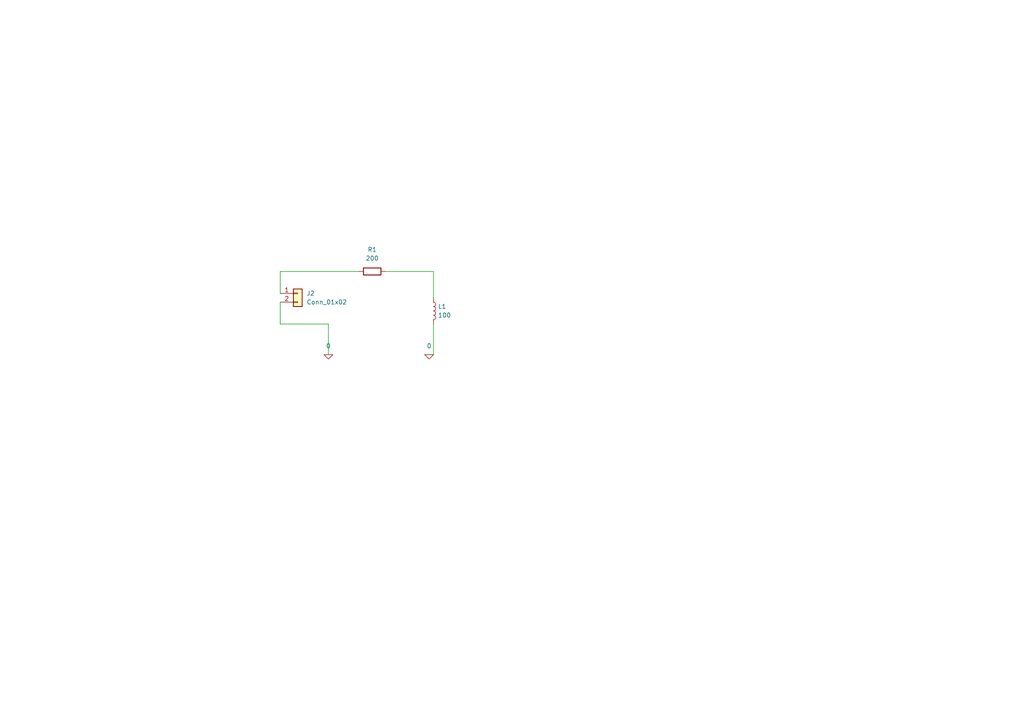
<source format=kicad_sch>
(kicad_sch (version 20230121) (generator eeschema)

  (uuid 1cfbf174-8ac0-4cd9-a366-8fa88f13186c)

  (paper "A4")

  (lib_symbols
    (symbol "Connector_Generic:Conn_01x02" (pin_names (offset 1.016) hide) (in_bom yes) (on_board yes)
      (property "Reference" "J" (at 0 2.54 0)
        (effects (font (size 1.27 1.27)))
      )
      (property "Value" "Conn_01x02" (at 0 -5.08 0)
        (effects (font (size 1.27 1.27)))
      )
      (property "Footprint" "" (at 0 0 0)
        (effects (font (size 1.27 1.27)) hide)
      )
      (property "Datasheet" "~" (at 0 0 0)
        (effects (font (size 1.27 1.27)) hide)
      )
      (property "ki_keywords" "connector" (at 0 0 0)
        (effects (font (size 1.27 1.27)) hide)
      )
      (property "ki_description" "Generic connector, single row, 01x02, script generated (kicad-library-utils/schlib/autogen/connector/)" (at 0 0 0)
        (effects (font (size 1.27 1.27)) hide)
      )
      (property "ki_fp_filters" "Connector*:*_1x??_*" (at 0 0 0)
        (effects (font (size 1.27 1.27)) hide)
      )
      (symbol "Conn_01x02_1_1"
        (rectangle (start -1.27 -2.413) (end 0 -2.667)
          (stroke (width 0.1524) (type default))
          (fill (type none))
        )
        (rectangle (start -1.27 0.127) (end 0 -0.127)
          (stroke (width 0.1524) (type default))
          (fill (type none))
        )
        (rectangle (start -1.27 1.27) (end 1.27 -3.81)
          (stroke (width 0.254) (type default))
          (fill (type background))
        )
        (pin passive line (at -5.08 0 0) (length 3.81)
          (name "Pin_1" (effects (font (size 1.27 1.27))))
          (number "1" (effects (font (size 1.27 1.27))))
        )
        (pin passive line (at -5.08 -2.54 0) (length 3.81)
          (name "Pin_2" (effects (font (size 1.27 1.27))))
          (number "2" (effects (font (size 1.27 1.27))))
        )
      )
    )
    (symbol "Device:L" (pin_numbers hide) (pin_names (offset 1.016) hide) (in_bom yes) (on_board yes)
      (property "Reference" "L" (at -1.27 0 90)
        (effects (font (size 1.27 1.27)))
      )
      (property "Value" "L" (at 1.905 0 90)
        (effects (font (size 1.27 1.27)))
      )
      (property "Footprint" "" (at 0 0 0)
        (effects (font (size 1.27 1.27)) hide)
      )
      (property "Datasheet" "~" (at 0 0 0)
        (effects (font (size 1.27 1.27)) hide)
      )
      (property "ki_keywords" "inductor choke coil reactor magnetic" (at 0 0 0)
        (effects (font (size 1.27 1.27)) hide)
      )
      (property "ki_description" "Inductor" (at 0 0 0)
        (effects (font (size 1.27 1.27)) hide)
      )
      (property "ki_fp_filters" "Choke_* *Coil* Inductor_* L_*" (at 0 0 0)
        (effects (font (size 1.27 1.27)) hide)
      )
      (symbol "L_0_1"
        (arc (start 0 -2.54) (mid 0.6323 -1.905) (end 0 -1.27)
          (stroke (width 0) (type default))
          (fill (type none))
        )
        (arc (start 0 -1.27) (mid 0.6323 -0.635) (end 0 0)
          (stroke (width 0) (type default))
          (fill (type none))
        )
        (arc (start 0 0) (mid 0.6323 0.635) (end 0 1.27)
          (stroke (width 0) (type default))
          (fill (type none))
        )
        (arc (start 0 1.27) (mid 0.6323 1.905) (end 0 2.54)
          (stroke (width 0) (type default))
          (fill (type none))
        )
      )
      (symbol "L_1_1"
        (pin passive line (at 0 3.81 270) (length 1.27)
          (name "1" (effects (font (size 1.27 1.27))))
          (number "1" (effects (font (size 1.27 1.27))))
        )
        (pin passive line (at 0 -3.81 90) (length 1.27)
          (name "2" (effects (font (size 1.27 1.27))))
          (number "2" (effects (font (size 1.27 1.27))))
        )
      )
    )
    (symbol "Device:R" (pin_numbers hide) (pin_names (offset 0)) (in_bom yes) (on_board yes)
      (property "Reference" "R" (at 2.032 0 90)
        (effects (font (size 1.27 1.27)))
      )
      (property "Value" "R" (at 0 0 90)
        (effects (font (size 1.27 1.27)))
      )
      (property "Footprint" "" (at -1.778 0 90)
        (effects (font (size 1.27 1.27)) hide)
      )
      (property "Datasheet" "~" (at 0 0 0)
        (effects (font (size 1.27 1.27)) hide)
      )
      (property "ki_keywords" "R res resistor" (at 0 0 0)
        (effects (font (size 1.27 1.27)) hide)
      )
      (property "ki_description" "Resistor" (at 0 0 0)
        (effects (font (size 1.27 1.27)) hide)
      )
      (property "ki_fp_filters" "R_*" (at 0 0 0)
        (effects (font (size 1.27 1.27)) hide)
      )
      (symbol "R_0_1"
        (rectangle (start -1.016 -2.54) (end 1.016 2.54)
          (stroke (width 0.254) (type default))
          (fill (type none))
        )
      )
      (symbol "R_1_1"
        (pin passive line (at 0 3.81 270) (length 1.27)
          (name "~" (effects (font (size 1.27 1.27))))
          (number "1" (effects (font (size 1.27 1.27))))
        )
        (pin passive line (at 0 -3.81 90) (length 1.27)
          (name "~" (effects (font (size 1.27 1.27))))
          (number "2" (effects (font (size 1.27 1.27))))
        )
      )
    )
    (symbol "Simulation_SPICE:0" (power) (pin_names (offset 0)) (in_bom yes) (on_board yes)
      (property "Reference" "#GND" (at 0 -2.54 0)
        (effects (font (size 1.27 1.27)) hide)
      )
      (property "Value" "0" (at 0 -1.778 0)
        (effects (font (size 1.27 1.27)))
      )
      (property "Footprint" "" (at 0 0 0)
        (effects (font (size 1.27 1.27)) hide)
      )
      (property "Datasheet" "~" (at 0 0 0)
        (effects (font (size 1.27 1.27)) hide)
      )
      (property "ki_keywords" "simulation" (at 0 0 0)
        (effects (font (size 1.27 1.27)) hide)
      )
      (property "ki_description" "0V reference potential for simulation" (at 0 0 0)
        (effects (font (size 1.27 1.27)) hide)
      )
      (symbol "0_0_1"
        (polyline
          (pts
            (xy -1.27 0)
            (xy 0 -1.27)
            (xy 1.27 0)
            (xy -1.27 0)
          )
          (stroke (width 0) (type default))
          (fill (type none))
        )
      )
      (symbol "0_1_1"
        (pin power_in line (at 0 0 0) (length 0) hide
          (name "0" (effects (font (size 1.016 1.016))))
          (number "1" (effects (font (size 1.016 1.016))))
        )
      )
    )
  )


  (wire (pts (xy 95.25 93.98) (xy 95.25 102.87))
    (stroke (width 0) (type default))
    (uuid 0ddad771-2212-47ef-b10a-5e769650b864)
  )
  (wire (pts (xy 125.73 93.98) (xy 125.73 102.87))
    (stroke (width 0) (type default))
    (uuid 32b333b7-6ead-4d44-96be-6ef396b34f71)
  )
  (wire (pts (xy 81.28 87.63) (xy 81.28 93.98))
    (stroke (width 0) (type default))
    (uuid 364d8925-a5e6-4cf3-a7a2-5a8569cfe77c)
  )
  (wire (pts (xy 81.28 78.74) (xy 104.14 78.74))
    (stroke (width 0) (type default))
    (uuid 510dea62-a21d-4977-abb2-e2170bbea51a)
  )
  (wire (pts (xy 125.73 102.87) (xy 124.46 102.87))
    (stroke (width 0) (type default))
    (uuid 7e862741-bb32-4ccf-8dbe-8148220c7892)
  )
  (wire (pts (xy 81.28 93.98) (xy 95.25 93.98))
    (stroke (width 0) (type default))
    (uuid a79fd9e4-3901-4c57-bb0b-4e68ae806936)
  )
  (wire (pts (xy 81.28 85.09) (xy 81.28 78.74))
    (stroke (width 0) (type default))
    (uuid ae274bdb-c54d-406c-8879-98b0d9415844)
  )
  (wire (pts (xy 125.73 78.74) (xy 125.73 86.36))
    (stroke (width 0) (type default))
    (uuid f2c54fb7-7bfc-470e-9479-437ac2a9628b)
  )
  (wire (pts (xy 111.76 78.74) (xy 125.73 78.74))
    (stroke (width 0) (type default))
    (uuid f987f31e-952b-49b7-b12c-7d6300a0566c)
  )

  (symbol (lib_id "Device:L") (at 125.73 90.17 0) (unit 1)
    (in_bom yes) (on_board yes) (dnp no) (fields_autoplaced)
    (uuid 311c237d-7d54-4389-9b68-cc248dc74b07)
    (property "Reference" "L1" (at 127 88.9 0)
      (effects (font (size 1.27 1.27)) (justify left))
    )
    (property "Value" "100" (at 127 91.44 0)
      (effects (font (size 1.27 1.27)) (justify left))
    )
    (property "Footprint" "" (at 125.73 90.17 0)
      (effects (font (size 1.27 1.27)) hide)
    )
    (property "Datasheet" "~" (at 125.73 90.17 0)
      (effects (font (size 1.27 1.27)) hide)
    )
    (pin "1" (uuid 1d10811a-5c00-40b3-9675-6f27a9b5b5b0))
    (pin "2" (uuid b83e00e5-4847-4049-8aab-690cdf687a76))
    (instances
      (project "SimulateurRL"
        (path "/1cfbf174-8ac0-4cd9-a366-8fa88f13186c"
          (reference "L1") (unit 1)
        )
      )
    )
  )

  (symbol (lib_id "Simulation_SPICE:0") (at 124.46 102.87 0) (unit 1)
    (in_bom yes) (on_board yes) (dnp no) (fields_autoplaced)
    (uuid 489e376c-f27c-4b42-96da-c2341137dd8c)
    (property "Reference" "#GND02" (at 124.46 105.41 0)
      (effects (font (size 1.27 1.27)) hide)
    )
    (property "Value" "0" (at 124.46 100.33 0)
      (effects (font (size 1.27 1.27)))
    )
    (property "Footprint" "" (at 124.46 102.87 0)
      (effects (font (size 1.27 1.27)) hide)
    )
    (property "Datasheet" "~" (at 124.46 102.87 0)
      (effects (font (size 1.27 1.27)) hide)
    )
    (pin "1" (uuid b926a5e2-4371-490e-a483-3194bc43b761))
    (instances
      (project "SimulateurRL"
        (path "/1cfbf174-8ac0-4cd9-a366-8fa88f13186c"
          (reference "#GND02") (unit 1)
        )
      )
    )
  )

  (symbol (lib_id "Connector_Generic:Conn_01x02") (at 86.36 85.09 0) (unit 1)
    (in_bom yes) (on_board yes) (dnp no) (fields_autoplaced)
    (uuid 52784941-29ab-4631-9471-290cbe199cd7)
    (property "Reference" "J2" (at 88.9 85.09 0)
      (effects (font (size 1.27 1.27)) (justify left))
    )
    (property "Value" "Conn_01x02" (at 88.9 87.63 0)
      (effects (font (size 1.27 1.27)) (justify left))
    )
    (property "Footprint" "" (at 86.36 85.09 0)
      (effects (font (size 1.27 1.27)) hide)
    )
    (property "Datasheet" "~" (at 86.36 85.09 0)
      (effects (font (size 1.27 1.27)) hide)
    )
    (property "Sim.Device" "V" (at 86.36 85.09 0)
      (effects (font (size 1.27 1.27)) hide)
    )
    (property "Sim.Type" "PULSE" (at 86.36 85.09 0)
      (effects (font (size 1.27 1.27)) hide)
    )
    (property "Sim.Pins" "1=+ 2=-" (at 86.36 85.09 0)
      (effects (font (size 1.27 1.27)) hide)
    )
    (property "Sim.Params" "y1=0 y2=5 td=0 tr=0 tf=0 tw=5 per=10" (at 86.36 85.09 0)
      (effects (font (size 1.27 1.27)) hide)
    )
    (pin "2" (uuid 6b95e213-ea13-4b17-af21-3503013dd5c3))
    (pin "1" (uuid 8e8177dc-7ada-4619-be81-6494b103cb1d))
    (instances
      (project "SimulateurRL"
        (path "/1cfbf174-8ac0-4cd9-a366-8fa88f13186c"
          (reference "J2") (unit 1)
        )
      )
    )
  )

  (symbol (lib_id "Device:R") (at 107.95 78.74 270) (unit 1)
    (in_bom yes) (on_board yes) (dnp no) (fields_autoplaced)
    (uuid c166aff7-f188-43ec-ba20-e8072e5037f6)
    (property "Reference" "R1" (at 107.95 72.39 90)
      (effects (font (size 1.27 1.27)))
    )
    (property "Value" "200" (at 107.95 74.93 90)
      (effects (font (size 1.27 1.27)))
    )
    (property "Footprint" "" (at 107.95 76.962 90)
      (effects (font (size 1.27 1.27)) hide)
    )
    (property "Datasheet" "~" (at 107.95 78.74 0)
      (effects (font (size 1.27 1.27)) hide)
    )
    (pin "1" (uuid 2c64abfb-37d1-4d7b-aed2-a499b015194a))
    (pin "2" (uuid d7e85666-6a4f-43e0-997d-9c6234ff8790))
    (instances
      (project "SimulateurRL"
        (path "/1cfbf174-8ac0-4cd9-a366-8fa88f13186c"
          (reference "R1") (unit 1)
        )
      )
    )
  )

  (symbol (lib_id "Simulation_SPICE:0") (at 95.25 102.87 0) (unit 1)
    (in_bom yes) (on_board yes) (dnp no) (fields_autoplaced)
    (uuid f70afca4-5a24-4ec4-b179-8fe871c8c236)
    (property "Reference" "#GND01" (at 95.25 105.41 0)
      (effects (font (size 1.27 1.27)) hide)
    )
    (property "Value" "0" (at 95.25 100.33 0)
      (effects (font (size 1.27 1.27)))
    )
    (property "Footprint" "" (at 95.25 102.87 0)
      (effects (font (size 1.27 1.27)) hide)
    )
    (property "Datasheet" "~" (at 95.25 102.87 0)
      (effects (font (size 1.27 1.27)) hide)
    )
    (pin "1" (uuid 1f3db7be-52a4-478a-a547-14d2a90e2883))
    (instances
      (project "SimulateurRL"
        (path "/1cfbf174-8ac0-4cd9-a366-8fa88f13186c"
          (reference "#GND01") (unit 1)
        )
      )
    )
  )

  (sheet_instances
    (path "/" (page "1"))
  )
)

</source>
